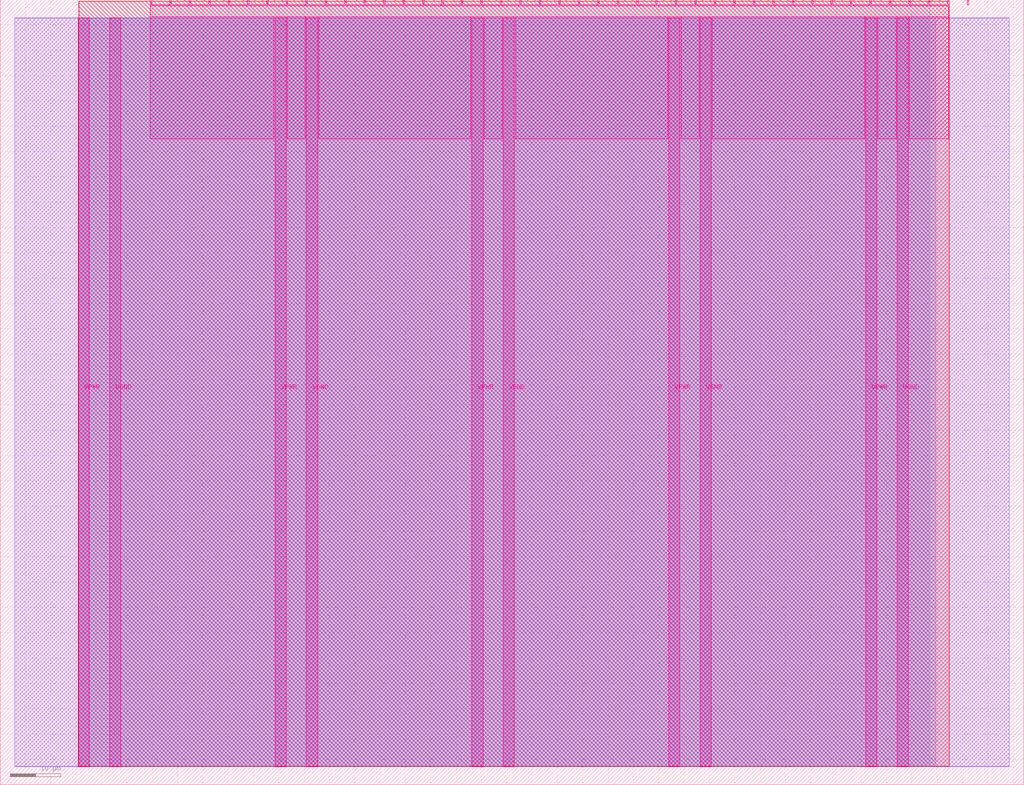
<source format=lef>
VERSION 5.7 ;
  NOWIREEXTENSIONATPIN ON ;
  DIVIDERCHAR "/" ;
  BUSBITCHARS "[]" ;
MACRO tt_um_senolgulgonul
  CLASS BLOCK ;
  FOREIGN tt_um_senolgulgonul ;
  ORIGIN 0.000 0.000 ;
  SIZE 202.080 BY 154.980 ;
  PIN VGND
    DIRECTION INOUT ;
    USE GROUND ;
    PORT
      LAYER Metal5 ;
        RECT 21.580 3.560 23.780 151.420 ;
    END
    PORT
      LAYER Metal5 ;
        RECT 60.450 3.560 62.650 151.420 ;
    END
    PORT
      LAYER Metal5 ;
        RECT 99.320 3.560 101.520 151.420 ;
    END
    PORT
      LAYER Metal5 ;
        RECT 138.190 3.560 140.390 151.420 ;
    END
    PORT
      LAYER Metal5 ;
        RECT 177.060 3.560 179.260 151.420 ;
    END
  END VGND
  PIN VPWR
    DIRECTION INOUT ;
    USE POWER ;
    PORT
      LAYER Metal5 ;
        RECT 15.380 3.560 17.580 151.420 ;
    END
    PORT
      LAYER Metal5 ;
        RECT 54.250 3.560 56.450 151.420 ;
    END
    PORT
      LAYER Metal5 ;
        RECT 93.120 3.560 95.320 151.420 ;
    END
    PORT
      LAYER Metal5 ;
        RECT 131.990 3.560 134.190 151.420 ;
    END
    PORT
      LAYER Metal5 ;
        RECT 170.860 3.560 173.060 151.420 ;
    END
  END VPWR
  PIN clk
    DIRECTION INPUT ;
    USE SIGNAL ;
    ANTENNAGATEAREA 0.213200 ;
    PORT
      LAYER Metal5 ;
        RECT 187.050 153.980 187.350 154.980 ;
    END
  END clk
  PIN ena
    DIRECTION INPUT ;
    USE SIGNAL ;
    PORT
      LAYER Metal5 ;
        RECT 190.890 153.980 191.190 154.980 ;
    END
  END ena
  PIN rst_n
    DIRECTION INPUT ;
    USE SIGNAL ;
    ANTENNAGATEAREA 0.213200 ;
    PORT
      LAYER Metal5 ;
        RECT 183.210 153.980 183.510 154.980 ;
    END
  END rst_n
  PIN ui_in[0]
    DIRECTION INPUT ;
    USE SIGNAL ;
    ANTENNAGATEAREA 0.180700 ;
    PORT
      LAYER Metal5 ;
        RECT 179.370 153.980 179.670 154.980 ;
    END
  END ui_in[0]
  PIN ui_in[1]
    DIRECTION INPUT ;
    USE SIGNAL ;
    ANTENNAGATEAREA 0.180700 ;
    PORT
      LAYER Metal5 ;
        RECT 175.530 153.980 175.830 154.980 ;
    END
  END ui_in[1]
  PIN ui_in[2]
    DIRECTION INPUT ;
    USE SIGNAL ;
    PORT
      LAYER Metal5 ;
        RECT 171.690 153.980 171.990 154.980 ;
    END
  END ui_in[2]
  PIN ui_in[3]
    DIRECTION INPUT ;
    USE SIGNAL ;
    PORT
      LAYER Metal5 ;
        RECT 167.850 153.980 168.150 154.980 ;
    END
  END ui_in[3]
  PIN ui_in[4]
    DIRECTION INPUT ;
    USE SIGNAL ;
    PORT
      LAYER Metal5 ;
        RECT 164.010 153.980 164.310 154.980 ;
    END
  END ui_in[4]
  PIN ui_in[5]
    DIRECTION INPUT ;
    USE SIGNAL ;
    PORT
      LAYER Metal5 ;
        RECT 160.170 153.980 160.470 154.980 ;
    END
  END ui_in[5]
  PIN ui_in[6]
    DIRECTION INPUT ;
    USE SIGNAL ;
    PORT
      LAYER Metal5 ;
        RECT 156.330 153.980 156.630 154.980 ;
    END
  END ui_in[6]
  PIN ui_in[7]
    DIRECTION INPUT ;
    USE SIGNAL ;
    PORT
      LAYER Metal5 ;
        RECT 152.490 153.980 152.790 154.980 ;
    END
  END ui_in[7]
  PIN uio_in[0]
    DIRECTION INPUT ;
    USE SIGNAL ;
    PORT
      LAYER Metal5 ;
        RECT 148.650 153.980 148.950 154.980 ;
    END
  END uio_in[0]
  PIN uio_in[1]
    DIRECTION INPUT ;
    USE SIGNAL ;
    PORT
      LAYER Metal5 ;
        RECT 144.810 153.980 145.110 154.980 ;
    END
  END uio_in[1]
  PIN uio_in[2]
    DIRECTION INPUT ;
    USE SIGNAL ;
    PORT
      LAYER Metal5 ;
        RECT 140.970 153.980 141.270 154.980 ;
    END
  END uio_in[2]
  PIN uio_in[3]
    DIRECTION INPUT ;
    USE SIGNAL ;
    PORT
      LAYER Metal5 ;
        RECT 137.130 153.980 137.430 154.980 ;
    END
  END uio_in[3]
  PIN uio_in[4]
    DIRECTION INPUT ;
    USE SIGNAL ;
    PORT
      LAYER Metal5 ;
        RECT 133.290 153.980 133.590 154.980 ;
    END
  END uio_in[4]
  PIN uio_in[5]
    DIRECTION INPUT ;
    USE SIGNAL ;
    PORT
      LAYER Metal5 ;
        RECT 129.450 153.980 129.750 154.980 ;
    END
  END uio_in[5]
  PIN uio_in[6]
    DIRECTION INPUT ;
    USE SIGNAL ;
    PORT
      LAYER Metal5 ;
        RECT 125.610 153.980 125.910 154.980 ;
    END
  END uio_in[6]
  PIN uio_in[7]
    DIRECTION INPUT ;
    USE SIGNAL ;
    PORT
      LAYER Metal5 ;
        RECT 121.770 153.980 122.070 154.980 ;
    END
  END uio_in[7]
  PIN uio_oe[0]
    DIRECTION OUTPUT ;
    USE SIGNAL ;
    ANTENNADIFFAREA 0.392700 ;
    PORT
      LAYER Metal5 ;
        RECT 56.490 153.980 56.790 154.980 ;
    END
  END uio_oe[0]
  PIN uio_oe[1]
    DIRECTION OUTPUT ;
    USE SIGNAL ;
    ANTENNADIFFAREA 0.392700 ;
    PORT
      LAYER Metal5 ;
        RECT 52.650 153.980 52.950 154.980 ;
    END
  END uio_oe[1]
  PIN uio_oe[2]
    DIRECTION OUTPUT ;
    USE SIGNAL ;
    ANTENNADIFFAREA 0.392700 ;
    PORT
      LAYER Metal5 ;
        RECT 48.810 153.980 49.110 154.980 ;
    END
  END uio_oe[2]
  PIN uio_oe[3]
    DIRECTION OUTPUT ;
    USE SIGNAL ;
    ANTENNADIFFAREA 0.392700 ;
    PORT
      LAYER Metal5 ;
        RECT 44.970 153.980 45.270 154.980 ;
    END
  END uio_oe[3]
  PIN uio_oe[4]
    DIRECTION OUTPUT ;
    USE SIGNAL ;
    ANTENNADIFFAREA 0.392700 ;
    PORT
      LAYER Metal5 ;
        RECT 41.130 153.980 41.430 154.980 ;
    END
  END uio_oe[4]
  PIN uio_oe[5]
    DIRECTION OUTPUT ;
    USE SIGNAL ;
    ANTENNADIFFAREA 0.392700 ;
    PORT
      LAYER Metal5 ;
        RECT 37.290 153.980 37.590 154.980 ;
    END
  END uio_oe[5]
  PIN uio_oe[6]
    DIRECTION OUTPUT ;
    USE SIGNAL ;
    ANTENNADIFFAREA 0.392700 ;
    PORT
      LAYER Metal5 ;
        RECT 33.450 153.980 33.750 154.980 ;
    END
  END uio_oe[6]
  PIN uio_oe[7]
    DIRECTION OUTPUT ;
    USE SIGNAL ;
    ANTENNADIFFAREA 0.392700 ;
    PORT
      LAYER Metal5 ;
        RECT 29.610 153.980 29.910 154.980 ;
    END
  END uio_oe[7]
  PIN uio_out[0]
    DIRECTION OUTPUT ;
    USE SIGNAL ;
    ANTENNADIFFAREA 0.651000 ;
    PORT
      LAYER Metal5 ;
        RECT 87.210 153.980 87.510 154.980 ;
    END
  END uio_out[0]
  PIN uio_out[1]
    DIRECTION OUTPUT ;
    USE SIGNAL ;
    ANTENNADIFFAREA 0.654800 ;
    PORT
      LAYER Metal5 ;
        RECT 83.370 153.980 83.670 154.980 ;
    END
  END uio_out[1]
  PIN uio_out[2]
    DIRECTION OUTPUT ;
    USE SIGNAL ;
    ANTENNADIFFAREA 0.299200 ;
    PORT
      LAYER Metal5 ;
        RECT 79.530 153.980 79.830 154.980 ;
    END
  END uio_out[2]
  PIN uio_out[3]
    DIRECTION OUTPUT ;
    USE SIGNAL ;
    ANTENNADIFFAREA 0.299200 ;
    PORT
      LAYER Metal5 ;
        RECT 75.690 153.980 75.990 154.980 ;
    END
  END uio_out[3]
  PIN uio_out[4]
    DIRECTION OUTPUT ;
    USE SIGNAL ;
    ANTENNADIFFAREA 0.299200 ;
    PORT
      LAYER Metal5 ;
        RECT 71.850 153.980 72.150 154.980 ;
    END
  END uio_out[4]
  PIN uio_out[5]
    DIRECTION OUTPUT ;
    USE SIGNAL ;
    ANTENNADIFFAREA 0.299200 ;
    PORT
      LAYER Metal5 ;
        RECT 68.010 153.980 68.310 154.980 ;
    END
  END uio_out[5]
  PIN uio_out[6]
    DIRECTION OUTPUT ;
    USE SIGNAL ;
    ANTENNADIFFAREA 0.299200 ;
    PORT
      LAYER Metal5 ;
        RECT 64.170 153.980 64.470 154.980 ;
    END
  END uio_out[6]
  PIN uio_out[7]
    DIRECTION OUTPUT ;
    USE SIGNAL ;
    ANTENNADIFFAREA 0.299200 ;
    PORT
      LAYER Metal5 ;
        RECT 60.330 153.980 60.630 154.980 ;
    END
  END uio_out[7]
  PIN uo_out[0]
    DIRECTION OUTPUT ;
    USE SIGNAL ;
    ANTENNADIFFAREA 0.632400 ;
    PORT
      LAYER Metal5 ;
        RECT 117.930 153.980 118.230 154.980 ;
    END
  END uo_out[0]
  PIN uo_out[1]
    DIRECTION OUTPUT ;
    USE SIGNAL ;
    ANTENNADIFFAREA 0.654800 ;
    PORT
      LAYER Metal5 ;
        RECT 114.090 153.980 114.390 154.980 ;
    END
  END uo_out[1]
  PIN uo_out[2]
    DIRECTION OUTPUT ;
    USE SIGNAL ;
    ANTENNADIFFAREA 0.632400 ;
    PORT
      LAYER Metal5 ;
        RECT 110.250 153.980 110.550 154.980 ;
    END
  END uo_out[2]
  PIN uo_out[3]
    DIRECTION OUTPUT ;
    USE SIGNAL ;
    ANTENNAGATEAREA 0.180700 ;
    ANTENNADIFFAREA 0.632400 ;
    PORT
      LAYER Metal5 ;
        RECT 106.410 153.980 106.710 154.980 ;
    END
  END uo_out[3]
  PIN uo_out[4]
    DIRECTION OUTPUT ;
    USE SIGNAL ;
    ANTENNADIFFAREA 0.632400 ;
    PORT
      LAYER Metal5 ;
        RECT 102.570 153.980 102.870 154.980 ;
    END
  END uo_out[4]
  PIN uo_out[5]
    DIRECTION OUTPUT ;
    USE SIGNAL ;
    ANTENNADIFFAREA 0.632400 ;
    PORT
      LAYER Metal5 ;
        RECT 98.730 153.980 99.030 154.980 ;
    END
  END uo_out[5]
  PIN uo_out[6]
    DIRECTION OUTPUT ;
    USE SIGNAL ;
    ANTENNADIFFAREA 0.632400 ;
    PORT
      LAYER Metal5 ;
        RECT 94.890 153.980 95.190 154.980 ;
    END
  END uo_out[6]
  PIN uo_out[7]
    DIRECTION OUTPUT ;
    USE SIGNAL ;
    ANTENNADIFFAREA 0.632400 ;
    PORT
      LAYER Metal5 ;
        RECT 91.050 153.980 91.350 154.980 ;
    END
  END uo_out[7]
  OBS
      LAYER GatPoly ;
        RECT 2.880 3.630 199.200 151.350 ;
      LAYER Metal1 ;
        RECT 2.880 3.560 199.200 151.420 ;
      LAYER Metal2 ;
        RECT 15.515 3.680 184.705 151.300 ;
      LAYER Metal3 ;
        RECT 15.560 3.635 183.460 154.705 ;
      LAYER Metal4 ;
        RECT 15.515 3.680 187.345 154.660 ;
      LAYER Metal5 ;
        RECT 30.120 153.770 33.240 153.980 ;
        RECT 33.960 153.770 37.080 153.980 ;
        RECT 37.800 153.770 40.920 153.980 ;
        RECT 41.640 153.770 44.760 153.980 ;
        RECT 45.480 153.770 48.600 153.980 ;
        RECT 49.320 153.770 52.440 153.980 ;
        RECT 53.160 153.770 56.280 153.980 ;
        RECT 57.000 153.770 60.120 153.980 ;
        RECT 60.840 153.770 63.960 153.980 ;
        RECT 64.680 153.770 67.800 153.980 ;
        RECT 68.520 153.770 71.640 153.980 ;
        RECT 72.360 153.770 75.480 153.980 ;
        RECT 76.200 153.770 79.320 153.980 ;
        RECT 80.040 153.770 83.160 153.980 ;
        RECT 83.880 153.770 87.000 153.980 ;
        RECT 87.720 153.770 90.840 153.980 ;
        RECT 91.560 153.770 94.680 153.980 ;
        RECT 95.400 153.770 98.520 153.980 ;
        RECT 99.240 153.770 102.360 153.980 ;
        RECT 103.080 153.770 106.200 153.980 ;
        RECT 106.920 153.770 110.040 153.980 ;
        RECT 110.760 153.770 113.880 153.980 ;
        RECT 114.600 153.770 117.720 153.980 ;
        RECT 118.440 153.770 121.560 153.980 ;
        RECT 122.280 153.770 125.400 153.980 ;
        RECT 126.120 153.770 129.240 153.980 ;
        RECT 129.960 153.770 133.080 153.980 ;
        RECT 133.800 153.770 136.920 153.980 ;
        RECT 137.640 153.770 140.760 153.980 ;
        RECT 141.480 153.770 144.600 153.980 ;
        RECT 145.320 153.770 148.440 153.980 ;
        RECT 149.160 153.770 152.280 153.980 ;
        RECT 153.000 153.770 156.120 153.980 ;
        RECT 156.840 153.770 159.960 153.980 ;
        RECT 160.680 153.770 163.800 153.980 ;
        RECT 164.520 153.770 167.640 153.980 ;
        RECT 168.360 153.770 171.480 153.980 ;
        RECT 172.200 153.770 175.320 153.980 ;
        RECT 176.040 153.770 179.160 153.980 ;
        RECT 179.880 153.770 183.000 153.980 ;
        RECT 183.720 153.770 186.840 153.980 ;
        RECT 29.660 151.630 187.300 153.770 ;
        RECT 29.660 127.535 54.040 151.630 ;
        RECT 56.660 127.535 60.240 151.630 ;
        RECT 62.860 127.535 92.910 151.630 ;
        RECT 95.530 127.535 99.110 151.630 ;
        RECT 101.730 127.535 131.780 151.630 ;
        RECT 134.400 127.535 137.980 151.630 ;
        RECT 140.600 127.535 170.650 151.630 ;
        RECT 173.270 127.535 176.850 151.630 ;
        RECT 179.470 127.535 187.300 151.630 ;
  END
END tt_um_senolgulgonul
END LIBRARY


</source>
